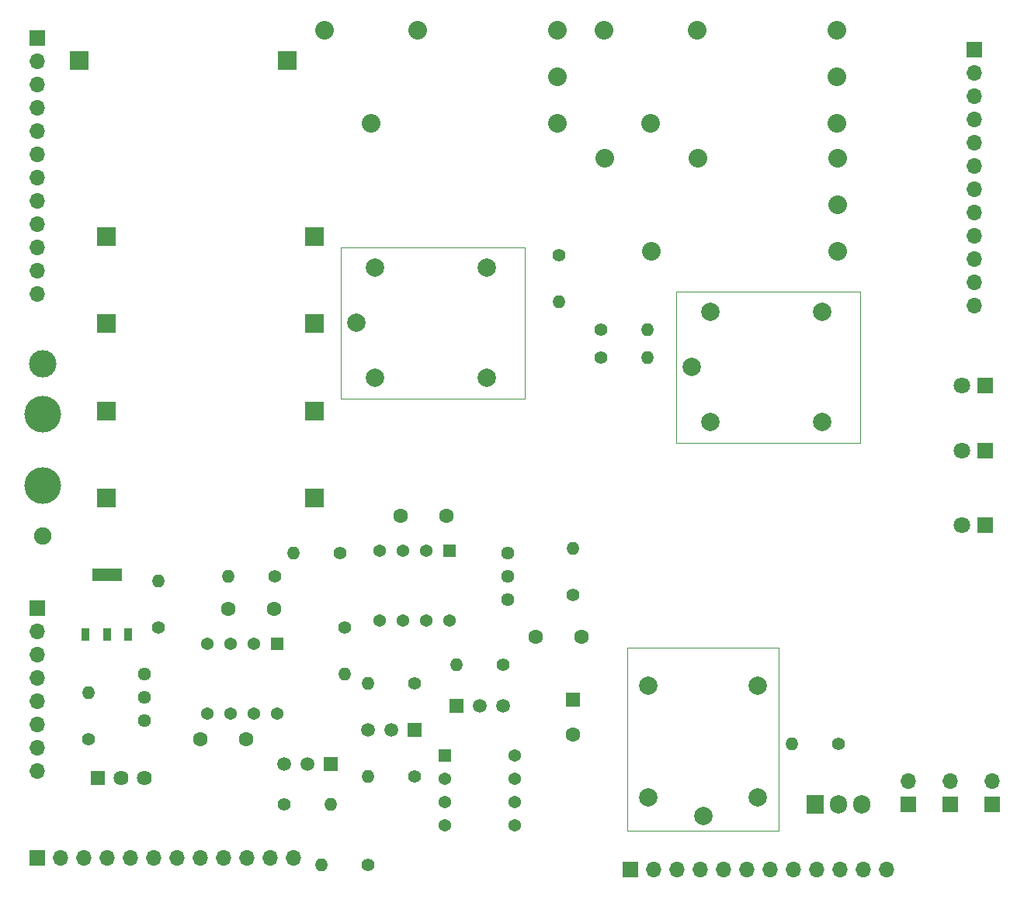
<source format=gbr>
%TF.GenerationSoftware,KiCad,Pcbnew,(6.0.5)*%
%TF.CreationDate,2022-09-04T18:06:33+09:00*%
%TF.ProjectId,LAST SHUTDOWN,4c415354-2053-4485-9554-444f574e2e6b,rev?*%
%TF.SameCoordinates,Original*%
%TF.FileFunction,Soldermask,Top*%
%TF.FilePolarity,Negative*%
%FSLAX46Y46*%
G04 Gerber Fmt 4.6, Leading zero omitted, Abs format (unit mm)*
G04 Created by KiCad (PCBNEW (6.0.5)) date 2022-09-04 18:06:33*
%MOMM*%
%LPD*%
G01*
G04 APERTURE LIST*
%ADD10C,0.120000*%
%ADD11R,1.800000X1.800000*%
%ADD12C,1.800000*%
%ADD13C,1.400000*%
%ADD14O,1.400000X1.400000*%
%ADD15C,2.032000*%
%ADD16R,1.700000X1.700000*%
%ADD17O,1.700000X1.700000*%
%ADD18R,1.500000X1.500000*%
%ADD19C,1.500000*%
%ADD20R,2.000000X2.000000*%
%ADD21R,1.905000X2.000000*%
%ADD22O,1.905000X2.000000*%
%ADD23C,2.000000*%
%ADD24R,1.625600X1.625600*%
%ADD25C,1.625600*%
%ADD26C,3.000000*%
%ADD27C,4.000000*%
%ADD28C,1.600000*%
%ADD29C,1.440000*%
%ADD30R,1.371600X1.371600*%
%ADD31C,1.371600*%
%ADD32R,0.889000X1.473200*%
%ADD33R,3.200400X1.473200*%
%ADD34C,1.905000*%
%ADD35R,1.600000X1.600000*%
G04 APERTURE END LIST*
D10*
%TO.C,K3*%
X125354000Y-158336000D02*
X141854000Y-158336000D01*
X141854000Y-158336000D02*
X141854000Y-138336000D01*
X141854000Y-138336000D02*
X125354000Y-138336000D01*
X125354000Y-138336000D02*
X125354000Y-158336000D01*
%TO.C,K1*%
X130716000Y-99446000D02*
X150716000Y-99446000D01*
X150716000Y-99446000D02*
X150716000Y-115946000D01*
X150716000Y-115946000D02*
X130716000Y-115946000D01*
X130716000Y-115946000D02*
X130716000Y-99446000D01*
%TO.C,K2*%
X94140000Y-94620000D02*
X114140000Y-94620000D01*
X114140000Y-94620000D02*
X114140000Y-111120000D01*
X114140000Y-111120000D02*
X94140000Y-111120000D01*
X94140000Y-111120000D02*
X94140000Y-94620000D01*
%TD*%
D11*
%TO.C,D2*%
X164343000Y-116840000D03*
D12*
X161803000Y-116840000D03*
%TD*%
D11*
%TO.C,D1*%
X164343000Y-109728000D03*
D12*
X161803000Y-109728000D03*
%TD*%
D11*
%TO.C,D3*%
X164343000Y-124968000D03*
D12*
X161803000Y-124968000D03*
%TD*%
D13*
%TO.C,R9*%
X66548000Y-148336000D03*
D14*
X66548000Y-143256000D03*
%TD*%
D15*
%TO.C,RELAY_BSPD*%
X148196500Y-70921800D03*
X132956500Y-70921800D03*
X122796500Y-70921800D03*
X127876500Y-81081800D03*
X148196500Y-81081800D03*
X148196500Y-76001800D03*
%TD*%
D16*
%TO.C,J2*%
X155956000Y-155448000D03*
D17*
X155956000Y-152908000D03*
%TD*%
D13*
%TO.C,R13*%
X122428000Y-103632000D03*
D14*
X127508000Y-103632000D03*
%TD*%
D13*
%TO.C,R15*%
X102108000Y-152400000D03*
D14*
X97028000Y-152400000D03*
%TD*%
D18*
%TO.C,Q5*%
X106680000Y-144632000D03*
D19*
X109220000Y-144632000D03*
X111760000Y-144632000D03*
%TD*%
D20*
%TO.C,F5*%
X65580000Y-74200000D03*
X88280000Y-74200000D03*
%TD*%
D16*
%TO.C,J4*%
X160528000Y-155448000D03*
D17*
X160528000Y-152908000D03*
%TD*%
D13*
%TO.C,R14*%
X102108000Y-142240000D03*
D14*
X97028000Y-142240000D03*
%TD*%
D20*
%TO.C,F4*%
X91265000Y-122015000D03*
X68565000Y-122015000D03*
%TD*%
D16*
%TO.C,DASHBOARD*%
X60960000Y-161290000D03*
D17*
X63500000Y-161290000D03*
X66040000Y-161290000D03*
X68580000Y-161290000D03*
X71120000Y-161290000D03*
X73660000Y-161290000D03*
X76200000Y-161290000D03*
X78740000Y-161290000D03*
X81280000Y-161290000D03*
X83820000Y-161290000D03*
X86360000Y-161290000D03*
X88900000Y-161290000D03*
%TD*%
D13*
%TO.C,R7*%
X86868000Y-130556000D03*
D14*
X81788000Y-130556000D03*
%TD*%
D20*
%TO.C,F3*%
X91265000Y-112490000D03*
X68565000Y-112490000D03*
%TD*%
D21*
%TO.C,Q2*%
X145796000Y-155377000D03*
D22*
X148336000Y-155377000D03*
X150876000Y-155377000D03*
%TD*%
D13*
%TO.C,R11*%
X94488000Y-136144000D03*
D14*
X94488000Y-141224000D03*
%TD*%
D23*
%TO.C,K3*%
X139604000Y-142486000D03*
X127604000Y-154686000D03*
X139604000Y-154686000D03*
X133604000Y-156686000D03*
X127604000Y-142486000D03*
%TD*%
D24*
%TO.C,Q1*%
X67564000Y-152514300D03*
D25*
X70104000Y-152514300D03*
X72644000Y-152514300D03*
%TD*%
D16*
%TO.C,PEDAL*%
X60960000Y-134000000D03*
D17*
X60960000Y-136540000D03*
X60960000Y-139080000D03*
X60960000Y-141620000D03*
X60960000Y-144160000D03*
X60960000Y-146700000D03*
X60960000Y-149240000D03*
X60960000Y-151780000D03*
%TD*%
D15*
%TO.C,RELAY_BMS*%
X117716500Y-70921800D03*
X102476500Y-70921800D03*
X92316500Y-70921800D03*
X97396500Y-81081800D03*
X117716500Y-81081800D03*
X117716500Y-76001800D03*
%TD*%
D26*
%TO.C,J5*%
X61595000Y-107315000D03*
D27*
X61595000Y-112826800D03*
%TD*%
D13*
%TO.C,R3*%
X119380000Y-132588000D03*
D14*
X119380000Y-127508000D03*
%TD*%
D13*
%TO.C,R12*%
X148336000Y-148844000D03*
D14*
X143256000Y-148844000D03*
%TD*%
D16*
%TO.C,J3*%
X165100000Y-155448000D03*
D17*
X165100000Y-152908000D03*
%TD*%
D18*
%TO.C,Q4*%
X102108000Y-147320000D03*
D19*
X99568000Y-147320000D03*
X97028000Y-147320000D03*
%TD*%
D18*
%TO.C,Q3*%
X92964000Y-151024000D03*
D19*
X90424000Y-151024000D03*
X87884000Y-151024000D03*
%TD*%
D28*
%TO.C,C2*%
X105624000Y-123952000D03*
X100624000Y-123952000D03*
%TD*%
D29*
%TO.C,RV1*%
X72644000Y-141224000D03*
X72644000Y-143764000D03*
X72644000Y-146304000D03*
%TD*%
D15*
%TO.C,RELAY_IMD*%
X148323500Y-84891800D03*
X133083500Y-84891800D03*
X122923500Y-84891800D03*
X128003500Y-95051800D03*
X148323500Y-95051800D03*
X148323500Y-89971800D03*
%TD*%
D13*
%TO.C,R2*%
X74168000Y-136144000D03*
D14*
X74168000Y-131064000D03*
%TD*%
D16*
%TO.C,JUNCTION*%
X163195000Y-73020000D03*
D17*
X163195000Y-75560000D03*
X163195000Y-78100000D03*
X163195000Y-80640000D03*
X163195000Y-83180000D03*
X163195000Y-85720000D03*
X163195000Y-88260000D03*
X163195000Y-90800000D03*
X163195000Y-93340000D03*
X163195000Y-95880000D03*
X163195000Y-98420000D03*
X163195000Y-100960000D03*
%TD*%
D29*
%TO.C,RV2*%
X112268000Y-133096000D03*
X112268000Y-130556000D03*
X112268000Y-128016000D03*
%TD*%
D30*
%TO.C,U2*%
X87122000Y-137922000D03*
D31*
X84582000Y-137922000D03*
X82042000Y-137922000D03*
X79502000Y-137922000D03*
X79502000Y-145542000D03*
X82042000Y-145542000D03*
X84582000Y-145542000D03*
X87122000Y-145542000D03*
%TD*%
D13*
%TO.C,R16*%
X122428000Y-106680000D03*
D14*
X127508000Y-106680000D03*
%TD*%
D20*
%TO.C,F1*%
X91265000Y-102965000D03*
X68565000Y-102965000D03*
%TD*%
D13*
%TO.C,R1*%
X97028000Y-162052000D03*
D14*
X91948000Y-162052000D03*
%TD*%
D28*
%TO.C,C1*%
X86828000Y-134112000D03*
X81828000Y-134112000D03*
%TD*%
D32*
%TO.C,U1*%
X66290000Y-136867900D03*
X68580000Y-136867900D03*
X70870000Y-136867900D03*
D33*
X68580000Y-130340100D03*
%TD*%
D20*
%TO.C,F2*%
X91265000Y-93440000D03*
X68565000Y-93440000D03*
%TD*%
D13*
%TO.C,R4*%
X117856000Y-95504000D03*
D14*
X117856000Y-100584000D03*
%TD*%
D16*
%TO.C,BATTERY_PACK*%
X125725000Y-162560000D03*
D17*
X128265000Y-162560000D03*
X130805000Y-162560000D03*
X133345000Y-162560000D03*
X135885000Y-162560000D03*
X138425000Y-162560000D03*
X140965000Y-162560000D03*
X143505000Y-162560000D03*
X146045000Y-162560000D03*
X148585000Y-162560000D03*
X151125000Y-162560000D03*
X153665000Y-162560000D03*
%TD*%
D30*
%TO.C,U3*%
X105918000Y-127762000D03*
D31*
X103378000Y-127762000D03*
X100838000Y-127762000D03*
X98298000Y-127762000D03*
X98298000Y-135382000D03*
X100838000Y-135382000D03*
X103378000Y-135382000D03*
X105918000Y-135382000D03*
%TD*%
D28*
%TO.C,C3*%
X83780000Y-148336000D03*
X78780000Y-148336000D03*
%TD*%
D30*
%TO.C,U4*%
X105410000Y-150114000D03*
D31*
X105410000Y-152654000D03*
X105410000Y-155194000D03*
X105410000Y-157734000D03*
X113030000Y-157734000D03*
X113030000Y-155194000D03*
X113030000Y-152654000D03*
X113030000Y-150114000D03*
%TD*%
D27*
%TO.C,J1*%
X61595000Y-120650000D03*
D34*
X61595000Y-126161800D03*
%TD*%
D35*
%TO.C,C5*%
X119380000Y-143993349D03*
D28*
X119380000Y-147793349D03*
%TD*%
D16*
%TO.C,SWITCH*%
X60960000Y-71750000D03*
D17*
X60960000Y-74290000D03*
X60960000Y-76830000D03*
X60960000Y-79370000D03*
X60960000Y-81910000D03*
X60960000Y-84450000D03*
X60960000Y-86990000D03*
X60960000Y-89530000D03*
X60960000Y-92070000D03*
X60960000Y-94610000D03*
X60960000Y-97150000D03*
X60960000Y-99690000D03*
%TD*%
D13*
%TO.C,R8*%
X93980000Y-128016000D03*
D14*
X88900000Y-128016000D03*
%TD*%
D13*
%TO.C,R10*%
X87884000Y-155448000D03*
D14*
X92964000Y-155448000D03*
%TD*%
D23*
%TO.C,K1*%
X146566000Y-113696000D03*
X134366000Y-101696000D03*
X134366000Y-113696000D03*
X132366000Y-107696000D03*
X146566000Y-101696000D03*
%TD*%
%TO.C,K2*%
X109990000Y-108870000D03*
X97790000Y-96870000D03*
X97790000Y-108870000D03*
X95790000Y-102870000D03*
X109990000Y-96870000D03*
%TD*%
D13*
%TO.C,R17*%
X111760000Y-140208000D03*
D14*
X106680000Y-140208000D03*
%TD*%
D28*
%TO.C,C4*%
X120356000Y-137160000D03*
X115356000Y-137160000D03*
%TD*%
M02*

</source>
